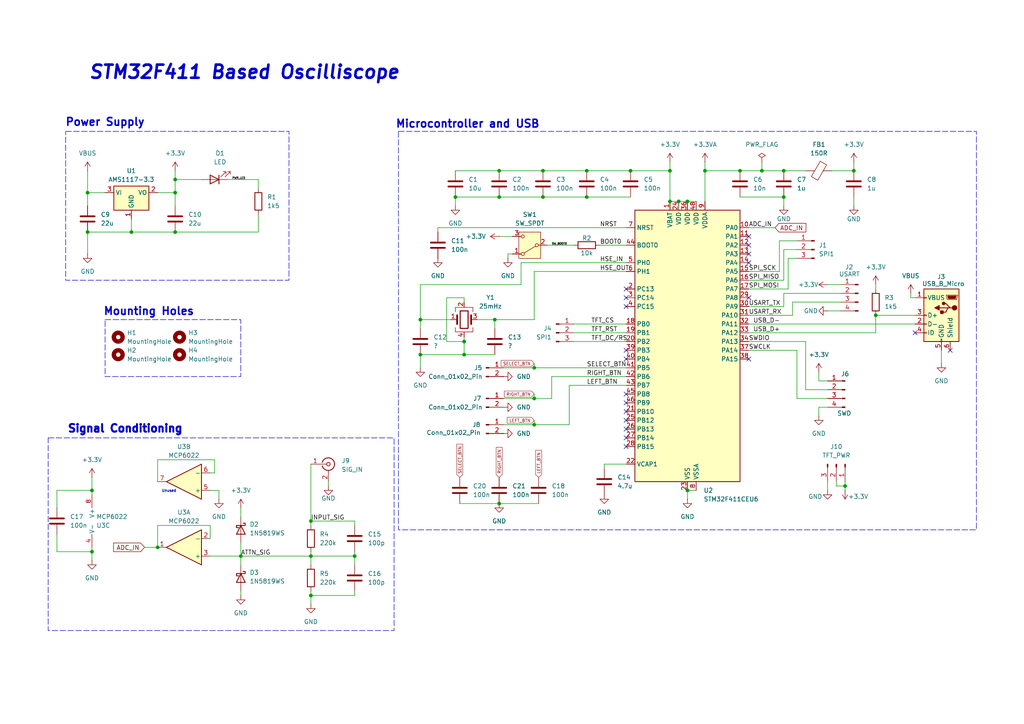
<source format=kicad_sch>
(kicad_sch (version 20250114) (generator "eeschema") (generator_version "9.0")
  (paper "A4")
  (title_block (title "STM32F411 Based Oscilliscope") (date "2025-09-27") (company "Lily Sperber"))
  (lib_symbols
    (symbol "Amplifier_Operational:MCP6022" (pin_names (offset 0.127))
      (property "Reference" "U" (at 0 5.08 0))
      (property "Value" "MCP6022" (at 0 -5.08 0))
      (symbol "MCP6022_1_1"
        (pin input line (at -7.62 2.54 0) (length 2.54) (name "+") (number "3"))
        (pin input line (at -7.62 -2.54 0) (length 2.54) (name "-") (number "2"))
        (pin output line (at 7.62 0 180) (length 2.54) (name "~") (number "1"))
      )
      (symbol "MCP6022_2_1"
        (pin input line (at -7.62 2.54 0) (length 2.54) (name "+") (number "5"))
        (pin input line (at -7.62 -2.54 0) (length 2.54) (name "-") (number "6"))
        (pin output line (at 7.62 0 180) (length 2.54) (name "~") (number "7"))
      )
      (symbol "MCP6022_3_1"
        (pin power_in line (at -2.54 7.62 270) (length 3.81) (name "V+") (number "8"))
        (pin power_in line (at -2.54 -7.62 90) (length 3.81) (name "V-") (number "4"))
      )
    )
    (symbol "Connector:Conn_01x02_Pin" (pin_names (offset 1.016) (hide yes))
      (property "Reference" "J" (at 0 2.54 0))
      (property "Value" "Conn_01x02_Pin" (at 0 -5.08 0))
      (symbol "Conn_01x02_Pin_1_1"
        (pin passive line (at 5.08 0 180) (length 3.81) (name "Pin_1") (number "1"))
        (pin passive line (at 5.08 -2.54 180) (length 3.81) (name "Pin_2") (number "2"))
      )
    )
    (symbol "Connector:Conn_01x03_Pin" (pin_names (offset 1.016) (hide yes))
      (property "Reference" "J" (at 0 5.08 0))
      (property "Value" "Conn_01x03_Pin" (at 0 -5.08 0))
      (symbol "Conn_01x03_Pin_1_1"
        (pin passive line (at 5.08 2.54 180) (length 3.81) (name "Pin_1") (number "1"))
        (pin passive line (at 5.08 0 180) (length 3.81) (name "Pin_2") (number "2"))
        (pin passive line (at 5.08 -2.54 180) (length 3.81) (name "Pin_3") (number "3"))
      )
    )
    (symbol "Connector:Conn_01x04_Pin" (pin_names (offset 1.016) (hide yes))
      (property "Reference" "J" (at 0 5.08 0))
      (property "Value" "Conn_01x04_Pin" (at 0 -7.62 0))
      (symbol "Conn_01x04_Pin_1_1"
        (pin passive line (at 5.08 2.54 180) (length 3.81) (name "Pin_1") (number "1"))
        (pin passive line (at 5.08 0 180) (length 3.81) (name "Pin_2") (number "2"))
        (pin passive line (at 5.08 -2.54 180) (length 3.81) (name "Pin_3") (number "3"))
        (pin passive line (at 5.08 -5.08 180) (length 3.81) (name "Pin_4") (number "4"))
      )
    )
    (symbol "Connector:Conn_Coaxial" (pin_names (offset 1.016) (hide yes))
      (property "Reference" "J" (at 0.254 3.048 0))
      (property "Value" "Conn_Coaxial" (at 2.921 0 90))
      (symbol "Conn_Coaxial_1_1"
        (pin passive line (at -5.08 0 0) (length 2.54) (name "In") (number "1"))
        (pin passive line (at 0 -5.08 90) (length 2.54) (name "Ext") (number "2"))
      )
    )
    (symbol "Connector:USB_B_Micro" (pin_names (offset 1.016))
      (property "Reference" "J" (at -5.08 11.43 0))
      (property "Value" "USB_B_Micro" (at -5.08 8.89 0))
      (symbol "USB_B_Micro_1_1"
        (pin passive line (at -2.54 -10.16 90) (length 2.54) (name "Shield") (number "6"))
        (pin power_out line (at 0 -10.16 90) (length 2.54) (name "GND") (number "5"))
        (pin power_out line (at 7.62 5.08 180) (length 2.54) (name "VBUS") (number "1"))
        (pin bidirectional line (at 7.62 0 180) (length 2.54) (name "D+") (number "3"))
        (pin bidirectional line (at 7.62 -2.54 180) (length 2.54) (name "D-") (number "2"))
        (pin passive line (at 7.62 -5.08 180) (length 2.54) (name "ID") (number "4"))
      )
    )
    (symbol "Device:C" (pin_numbers (hide yes)) (pin_names (offset 0.254))
      (property "Reference" "C" (at 0.635 2.54 0))
      (property "Value" "C" (at 0.635 -2.54 0))
      (symbol "C_1_1"
        (pin passive line (at 0 3.81 270) (length 2.794) (name "~") (number "1"))
        (pin passive line (at 0 -3.81 90) (length 2.794) (name "~") (number "2"))
      )
    )
    (symbol "Device:Crystal_GND24" (pin_names (offset 1.016) (hide yes))
      (property "Reference" "Y" (at 3.175 5.08 0))
      (property "Value" "Crystal_GND24" (at 3.175 3.175 0))
      (symbol "Crystal_GND24_1_1"
        (pin passive line (at -3.81 0 0) (length 1.27) (name "1") (number "1"))
        (pin passive line (at 0 5.08 270) (length 1.27) (name "2") (number "2"))
        (pin passive line (at 0 -5.08 90) (length 1.27) (name "4") (number "4"))
        (pin passive line (at 3.81 0 180) (length 1.27) (name "3") (number "3"))
      )
    )
    (symbol "Device:FerriteBead" (pin_numbers (hide yes)) (pin_names (offset 0))
      (property "Reference" "FB" (at -3.81 0.635 90))
      (property "Value" "FerriteBead" (at 3.81 0 90))
      (symbol "FerriteBead_1_1"
        (pin passive line (at 0 3.81 270) (length 2.54) (name "~") (number "1"))
        (pin passive line (at 0 -3.81 90) (length 2.54) (name "~") (number "2"))
      )
    )
    (symbol "Device:LED" (pin_numbers (hide yes)) (pin_names (offset 1.016) (hide yes))
      (property "Reference" "D" (at 0 2.54 0))
      (property "Value" "LED" (at 0 -2.54 0))
      (symbol "LED_1_1"
        (pin passive line (at -3.81 0 0) (length 2.54) (name "K") (number "1"))
        (pin passive line (at 3.81 0 180) (length 2.54) (name "A") (number "2"))
      )
    )
    (symbol "Device:R" (pin_numbers (hide yes)) (pin_names (offset 0))
      (property "Reference" "R" (at 2.032 0 90))
      (property "Value" "R" (at 0 0 90))
      (symbol "R_1_1"
        (pin passive line (at 0 3.81 270) (length 1.27) (name "~") (number "1"))
        (pin passive line (at 0 -3.81 90) (length 1.27) (name "~") (number "2"))
      )
    )
    (symbol "Diode:1N5819WS" (pin_numbers (hide yes)) (pin_names (offset 1.016) (hide yes))
      (property "Reference" "D" (at 0 2.54 0))
      (property "Value" "1N5819WS" (at 0 -2.54 0))
      (symbol "1N5819WS_1_1"
        (pin passive line (at -3.81 0 0) (length 2.54) (name "K") (number "1"))
        (pin passive line (at 3.81 0 180) (length 2.54) (name "A") (number "2"))
      )
    )
    (symbol "MCU_ST_STM32F4:STM32F411CEUx"
      (property "Reference" "U" (at -15.24 41.91 0))
      (property "Value" "STM32F411CEUx" (at 7.62 41.91 0))
      (symbol "STM32F411CEUx_1_1"
        (pin input line (at -17.78 35.56 0) (length 2.54) (name "NRST") (number "7"))
        (pin input line (at -17.78 30.48 0) (length 2.54) (name "BOOT0") (number "44"))
        (pin bidirectional line (at -17.78 25.4 0) (length 2.54) (name "PH0") (number "5"))
        (pin bidirectional line (at -17.78 22.86 0) (length 2.54) (name "PH1") (number "6"))
        (pin bidirectional line (at -17.78 17.78 0) (length 2.54) (name "PC13") (number "2"))
        (pin bidirectional line (at -17.78 15.24 0) (length 2.54) (name "PC14") (number "3"))
        (pin bidirectional line (at -17.78 12.7 0) (length 2.54) (name "PC15") (number "4"))
        (pin bidirectional line (at -17.78 7.62 0) (length 2.54) (name "PB0") (number "18"))
        (pin bidirectional line (at -17.78 5.08 0) (length 2.54) (name "PB1") (number "19"))
        (pin bidirectional line (at -17.78 2.54 0) (length 2.54) (name "PB2") (number "20"))
        (pin bidirectional line (at -17.78 0 0) (length 2.54) (name "PB3") (number "39"))
        (pin bidirectional line (at -17.78 -2.54 0) (length 2.54) (name "PB4") (number "40"))
        (pin bidirectional line (at -17.78 -5.08 0) (length 2.54) (name "PB5") (number "41"))
        (pin bidirectional line (at -17.78 -7.62 0) (length 2.54) (name "PB6") (number "42"))
        (pin bidirectional line (at -17.78 -10.16 0) (length 2.54) (name "PB7") (number "43"))
        (pin bidirectional line (at -17.78 -12.7 0) (length 2.54) (name "PB8") (number "45"))
        (pin bidirectional line (at -17.78 -15.24 0) (length 2.54) (name "PB9") (number "46"))
        (pin bidirectional line (at -17.78 -17.78 0) (length 2.54) (name "PB10") (number "21"))
        (pin bidirectional line (at -17.78 -20.32 0) (length 2.54) (name "PB12") (number "25"))
        (pin bidirectional line (at -17.78 -22.86 0) (length 2.54) (name "PB13") (number "26"))
        (pin bidirectional line (at -17.78 -25.4 0) (length 2.54) (name "PB14") (number "27"))
        (pin bidirectional line (at -17.78 -27.94 0) (length 2.54) (name "PB15") (number "28"))
        (pin power_out line (at -17.78 -33.02 0) (length 2.54) (name "VCAP1") (number "22"))
        (pin power_in line (at -5.08 43.18 270) (length 2.54) (name "VBAT") (number "1"))
        (pin power_in line (at -2.54 43.18 270) (length 2.54) (name "VDD") (number "24"))
        (pin power_in line (at 0 43.18 270) (length 2.54) (name "VDD") (number "36"))
        (pin power_in line (at 0 -40.64 90) (length 2.54) (name "VSS") (number "23"))
        (pin passive line (at 0 -40.64 90) (length 2.54) (hide yes) (name "VSS") (number "35"))
        (pin passive line (at 0 -40.64 90) (length 2.54) (hide yes) (name "VSS") (number "47"))
        (pin passive line (at 0 -40.64 90) (length 2.54) (hide yes) (name "VSS") (number "49"))
        (pin power_in line (at 2.54 43.18 270) (length 2.54) (name "VDD") (number "48"))
        (pin power_in line (at 2.54 -40.64 90) (length 2.54) (name "VSSA") (number "8"))
        (pin power_in line (at 5.08 43.18 270) (length 2.54) (name "VDDA") (number "9"))
        (pin bidirectional line (at 17.78 35.56 180) (length 2.54) (name "PA0") (number "10"))
        (pin bidirectional line (at 17.78 33.02 180) (length 2.54) (name "PA1") (number "11"))
        (pin bidirectional line (at 17.78 30.48 180) (length 2.54) (name "PA2") (number "12"))
        (pin bidirectional line (at 17.78 27.94 180) (length 2.54) (name "PA3") (number "13"))
        (pin bidirectional line (at 17.78 25.4 180) (length 2.54) (name "PA4") (number "14"))
        (pin bidirectional line (at 17.78 22.86 180) (length 2.54) (name "PA5") (number "15"))
        (pin bidirectional line (at 17.78 20.32 180) (length 2.54) (name "PA6") (number "16"))
        (pin bidirectional line (at 17.78 17.78 180) (length 2.54) (name "PA7") (number "17"))
        (pin bidirectional line (at 17.78 15.24 180) (length 2.54) (name "PA8") (number "29"))
        (pin bidirectional line (at 17.78 12.7 180) (length 2.54) (name "PA9") (number "30"))
        (pin bidirectional line (at 17.78 10.16 180) (length 2.54) (name "PA10") (number "31"))
        (pin bidirectional line (at 17.78 7.62 180) (length 2.54) (name "PA11") (number "32"))
        (pin bidirectional line (at 17.78 5.08 180) (length 2.54) (name "PA12") (number "33"))
        (pin bidirectional line (at 17.78 2.54 180) (length 2.54) (name "PA13") (number "34"))
        (pin bidirectional line (at 17.78 0 180) (length 2.54) (name "PA14") (number "37"))
        (pin bidirectional line (at 17.78 -2.54 180) (length 2.54) (name "PA15") (number "38"))
      )
    )
    (symbol "Mechanical:MountingHole" (pin_names (offset 1.016)) (in_bom no)
      (property "Reference" "H" (at 0 5.08 0))
      (property "Value" "MountingHole" (at 0 3.175 0))
    )
    (symbol "Regulator_Linear:AMS1117-3.3"
      (property "Reference" "U" (at -3.81 3.175 0))
      (property "Value" "AMS1117-3.3" (at 0 3.175 0))
      (symbol "AMS1117-3.3_1_1"
        (pin power_in line (at -7.62 0 0) (length 2.54) (name "VI") (number "3"))
        (pin power_in line (at 0 -7.62 90) (length 2.54) (name "GND") (number "1"))
        (pin power_out line (at 7.62 0 180) (length 2.54) (name "VO") (number "2"))
      )
    )
    (symbol "Switch:SW_SPDT" (pin_names (offset 0) (hide yes))
      (property "Reference" "SW" (at 0 5.08 0))
      (property "Value" "SW_SPDT" (at 0 -5.08 0))
      (symbol "SW_SPDT_1_1"
        (pin passive line (at -5.08 0 0) (length 2.54) (name "B") (number "2"))
        (pin passive line (at 5.08 2.54 180) (length 2.54) (name "A") (number "1"))
        (pin passive line (at 5.08 -2.54 180) (length 2.54) (name "C") (number "3"))
      )
    )
    (symbol "power:+3.3V" (power) (pin_numbers (hide yes)) (pin_names (offset 0) (hide yes))
      (property "Value" "+3.3V" (at 0 3.556 0))
      (symbol "+3.3V_1_1"
        (pin power_in line (at 0 0 90) (length 0) (name "~") (number "1"))
      )
    )
    (symbol "power:+3.3VA" (power) (pin_numbers (hide yes)) (pin_names (offset 0) (hide yes))
      (property "Value" "+3.3VA" (at 0 3.556 0))
      (symbol "+3.3VA_1_1"
        (pin power_in line (at 0 0 90) (length 0) (name "~") (number "1"))
      )
    )
    (symbol "power:GND" (power) (pin_numbers (hide yes)) (pin_names (offset 0) (hide yes))
      (property "Value" "GND" (at 0 -3.81 0))
      (symbol "GND_1_1"
        (pin power_in line (at 0 0 270) (length 0) (name "~") (number "1"))
      )
    )
    (symbol "power:PWR_FLAG" (power) (pin_numbers (hide yes)) (pin_names (offset 0) (hide yes))
      (property "Value" "PWR_FLAG" (at 0 3.81 0))
      (symbol "PWR_FLAG_0_0"
        (pin power_out line (at 0 0 90) (length 0) (name "~") (number "1"))
      )
    )
    (symbol "power:VBUS" (power) (pin_numbers (hide yes)) (pin_names (offset 0) (hide yes))
      (property "Value" "VBUS" (at 0 3.556 0))
      (symbol "VBUS_1_1"
        (pin power_in line (at 0 0 90) (length 0) (name "~") (number "1"))
      )
    )
  )
  (rectangle (start 30.48 92.71) (end 69.85 109.22) (stroke (width 0) (type dash)))
  (rectangle (start 19.05 38.1) (end 83.82 81.28) (stroke (width 0) (type dash)))
  (rectangle (start 115.57 38.1) (end 283.21 153.67) (stroke (width 0) (type dash)))
  (rectangle (start 13.97 127) (end 114.3 182.88) (stroke (width 0) (type dash)))
  (text "Mounting Holes" (at 43.18 90.424 0) (effects (font (size 2.2352 2.2352) (thickness 0.447) (bold yes))))
  (text "Microcontroller and USB" (at 135.636 36.068 0) (effects (font (size 2.2352 2.2352) (thickness 0.447) (bold yes))))
  (text "Power Supply" (at 30.48 35.56 0) (effects (font (size 2.2352 2.2352) (thickness 0.447) (bold yes))))
  (text "STM32F411 Based Oscilliscope" (at 70.866 21.082 0) (effects (font (size 3.81 3.81) (thickness 0.762) (bold yes) (italic yes))))
  (text "Unused" (at 49.022 142.494 0) (effects (font (size 0.762 0.762))))
  (text "Signal Conditioning" (at 36.322 124.46 0) (effects (font (size 2.2352 2.2352) (thickness 0.6096) (bold yes))))
  (junction (at 170.18 57.15))
  (junction (at 50.8 55.88))
  (junction (at 121.92 92.71))
  (junction (at 227.33 49.53))
  (junction (at 196.85 58.42))
  (junction (at 227.33 57.15))
  (junction (at 144.78 49.53))
  (junction (at 144.78 57.15))
  (junction (at 38.1 67.31))
  (junction (at 214.63 49.53))
  (junction (at 50.8 52.07))
  (junction (at 25.4 55.88))
  (junction (at 245.11 140.97))
  (junction (at 102.87 161.29))
  (junction (at 254 91.44))
  (junction (at 25.4 67.31))
  (junction (at 90.17 151.13))
  (junction (at 121.92 102.87))
  (junction (at 132.08 57.15))
  (junction (at 157.48 57.15))
  (junction (at 134.62 99.06))
  (junction (at 194.31 49.53))
  (junction (at 194.31 58.42))
  (junction (at 134.62 102.87))
  (junction (at 26.67 142.24))
  (junction (at 154.94 123.19))
  (junction (at 220.98 49.53))
  (junction (at 144.78 146.05))
  (junction (at 199.39 58.42))
  (junction (at 170.18 49.53))
  (junction (at 182.88 49.53))
  (junction (at 247.65 49.53))
  (junction (at 50.8 67.31))
  (junction (at 154.94 106.68))
  (junction (at 157.48 49.53))
  (junction (at 199.39 142.24))
  (junction (at 154.94 115.57))
  (junction (at 90.17 161.29))
  (junction (at 26.67 160.02))
  (junction (at 90.17 172.72))
  (junction (at 204.47 49.53))
  (junction (at 143.51 92.71))
  (junction (at 69.85 161.29))
  (junction (at 45.72 158.75))
  (no_connect (at 275.59 101.6))
  (no_connect (at 217.17 71.12))
  (no_connect (at 181.61 101.6))
  (no_connect (at 181.61 104.14))
  (no_connect (at 181.61 86.36))
  (no_connect (at 181.61 114.3))
  (no_connect (at 181.61 129.54))
  (no_connect (at 181.61 88.9))
  (no_connect (at 181.61 119.38))
  (no_connect (at 265.43 96.52))
  (no_connect (at 181.61 124.46))
  (no_connect (at 181.61 116.84))
  (no_connect (at 217.17 76.2))
  (no_connect (at 181.61 83.82))
  (no_connect (at 217.17 68.58))
  (no_connect (at 217.17 104.14))
  (no_connect (at 217.17 86.36))
  (no_connect (at 217.17 73.66))
  (no_connect (at 181.61 127))
  (no_connect (at 181.61 121.92))
  (wire (pts (xy 181.61 109.22) (xy 160.02 109.22)))
  (wire (pts (xy 121.92 92.71) (xy 130.81 92.71)))
  (wire (pts (xy 170.18 49.53) (xy 182.88 49.53)))
  (wire (pts (xy 63.5 142.24) (xy 63.5 144.78)))
  (wire (pts (xy 154.94 121.92) (xy 154.94 123.19)))
  (wire (pts (xy 60.96 137.16) (xy 62.23 137.16)))
  (wire (pts (xy 74.93 52.07) (xy 74.93 54.61)))
  (wire (pts (xy 45.72 55.88) (xy 50.8 55.88)))
  (wire (pts (xy 147.32 73.66) (xy 147.32 74.93)))
  (wire (pts (xy 233.68 113.03) (xy 240.03 113.03)))
  (wire (pts (xy 154.94 105.41) (xy 154.94 106.68)))
  (wire (pts (xy 151.13 76.2) (xy 181.61 76.2)))
  (wire (pts (xy 26.67 138.43) (xy 26.67 142.24)))
  (wire (pts (xy 227.33 81.28) (xy 227.33 72.39)))
  (wire (pts (xy 60.96 142.24) (xy 63.5 142.24)))
  (wire (pts (xy 129.54 99.06) (xy 134.62 99.06)))
  (wire (pts (xy 227.33 57.15) (xy 227.33 59.69)))
  (wire (pts (xy 217.17 96.52) (xy 254 96.52)))
  (wire (pts (xy 143.51 92.71) (xy 143.51 95.25)))
  (wire (pts (xy 144.78 49.53) (xy 157.48 49.53)))
  (wire (pts (xy 217.17 78.74) (xy 226.06 78.74)))
  (wire (pts (xy 165.1 111.76) (xy 165.1 123.19)))
  (wire (pts (xy 134.62 86.36) (xy 129.54 86.36)))
  (wire (pts (xy 16.51 147.32) (xy 16.51 142.24)))
  (wire (pts (xy 194.31 49.53) (xy 194.31 58.42)))
  (wire (pts (xy 69.85 157.48) (xy 69.85 161.29)))
  (wire (pts (xy 214.63 57.15) (xy 227.33 57.15)))
  (wire (pts (xy 194.31 58.42) (xy 196.85 58.42)))
  (wire (pts (xy 154.94 115.57) (xy 160.02 115.57)))
  (wire (pts (xy 38.1 63.5) (xy 38.1 67.31)))
  (wire (pts (xy 148.59 73.66) (xy 147.32 73.66)))
  (wire (pts (xy 45.72 152.4) (xy 45.72 158.75)))
  (wire (pts (xy 231.14 101.6) (xy 231.14 115.57)))
  (wire (pts (xy 16.51 142.24) (xy 26.67 142.24)))
  (wire (pts (xy 154.94 114.3) (xy 154.94 115.57)))
  (wire (pts (xy 166.37 93.98) (xy 181.61 93.98)))
  (wire (pts (xy 217.17 99.06) (xy 233.68 99.06)))
  (wire (pts (xy 133.35 146.05) (xy 144.78 146.05)))
  (wire (pts (xy 233.68 99.06) (xy 233.68 113.03)))
  (wire (pts (xy 146.05 123.19) (xy 154.94 123.19)))
  (wire (pts (xy 214.63 49.53) (xy 220.98 49.53)))
  (wire (pts (xy 132.08 57.15) (xy 144.78 57.15)))
  (wire (pts (xy 154.94 92.71) (xy 154.94 78.74)))
  (wire (pts (xy 240.03 90.17) (xy 243.84 90.17)))
  (wire (pts (xy 121.92 102.87) (xy 121.92 106.68)))
  (wire (pts (xy 50.8 49.53) (xy 50.8 52.07)))
  (wire (pts (xy 90.17 161.29) (xy 90.17 163.83)))
  (wire (pts (xy 50.8 52.07) (xy 50.8 55.88)))
  (wire (pts (xy 132.08 57.15) (xy 132.08 59.69)))
  (wire (pts (xy 74.93 62.23) (xy 74.93 67.31)))
  (wire (pts (xy 66.04 52.07) (xy 74.93 52.07)))
  (wire (pts (xy 134.62 102.87) (xy 143.51 102.87)))
  (wire (pts (xy 228.6 83.82) (xy 228.6 74.93)))
  (wire (pts (xy 199.39 142.24) (xy 199.39 144.78)))
  (wire (pts (xy 134.62 99.06) (xy 134.62 97.79)))
  (wire (pts (xy 245.11 139.7) (xy 245.11 140.97)))
  (wire (pts (xy 204.47 49.53) (xy 214.63 49.53)))
  (wire (pts (xy 121.92 92.71) (xy 121.92 95.25)))
  (wire (pts (xy 157.48 49.53) (xy 170.18 49.53)))
  (wire (pts (xy 242.57 139.7) (xy 242.57 140.97)))
  (wire (pts (xy 154.94 106.68) (xy 181.61 106.68)))
  (wire (pts (xy 170.18 57.15) (xy 182.88 57.15)))
  (wire (pts (xy 157.48 57.15) (xy 170.18 57.15)))
  (wire (pts (xy 62.23 137.16) (xy 62.23 133.35)))
  (wire (pts (xy 121.92 82.55) (xy 151.13 82.55)))
  (wire (pts (xy 90.17 172.72) (xy 102.87 172.72)))
  (wire (pts (xy 16.51 160.02) (xy 26.67 160.02)))
  (wire (pts (xy 60.96 152.4) (xy 45.72 152.4)))
  (wire (pts (xy 102.87 161.29) (xy 90.17 161.29)))
  (wire (pts (xy 245.11 140.97) (xy 245.11 142.24)))
  (wire (pts (xy 102.87 160.02) (xy 102.87 161.29)))
  (wire (pts (xy 220.98 49.53) (xy 227.33 49.53)))
  (wire (pts (xy 217.17 101.6) (xy 231.14 101.6)))
  (wire (pts (xy 237.49 118.11) (xy 237.49 120.65)))
  (wire (pts (xy 199.39 58.42) (xy 201.93 58.42)))
  (wire (pts (xy 60.96 161.29) (xy 69.85 161.29)))
  (wire (pts (xy 69.85 161.29) (xy 90.17 161.29)))
  (wire (pts (xy 227.33 72.39) (xy 231.14 72.39)))
  (wire (pts (xy 240.03 110.49) (xy 237.49 110.49)))
  (wire (pts (xy 217.17 93.98) (xy 265.43 93.98)))
  (wire (pts (xy 151.13 76.2) (xy 151.13 82.55)))
  (wire (pts (xy 204.47 46.99) (xy 204.47 49.53)))
  (wire (pts (xy 182.88 49.53) (xy 194.31 49.53)))
  (wire (pts (xy 25.4 67.31) (xy 25.4 73.66)))
  (wire (pts (xy 237.49 110.49) (xy 237.49 107.95)))
  (wire (pts (xy 132.08 49.53) (xy 144.78 49.53)))
  (wire (pts (xy 217.17 88.9) (xy 227.33 88.9)))
  (wire (pts (xy 264.16 86.36) (xy 264.16 85.09)))
  (wire (pts (xy 90.17 172.72) (xy 90.17 175.26)))
  (wire (pts (xy 144.78 68.58) (xy 148.59 68.58)))
  (wire (pts (xy 217.17 81.28) (xy 227.33 81.28)))
  (wire (pts (xy 254 91.44) (xy 254 96.52)))
  (wire (pts (xy 227.33 85.09) (xy 243.84 85.09)))
  (wire (pts (xy 160.02 109.22) (xy 160.02 115.57)))
  (wire (pts (xy 247.65 46.99) (xy 247.65 49.53)))
  (wire (pts (xy 226.06 78.74) (xy 226.06 69.85)))
  (wire (pts (xy 166.37 99.06) (xy 181.61 99.06)))
  (wire (pts (xy 199.39 142.24) (xy 201.93 142.24)))
  (wire (pts (xy 25.4 49.53) (xy 25.4 55.88)))
  (wire (pts (xy 102.87 151.13) (xy 102.87 152.4)))
  (wire (pts (xy 25.4 55.88) (xy 30.48 55.88)))
  (wire (pts (xy 121.92 82.55) (xy 121.92 92.71)))
  (wire (pts (xy 69.85 171.45) (xy 69.85 172.72)))
  (wire (pts (xy 217.17 83.82) (xy 228.6 83.82)))
  (wire (pts (xy 181.61 111.76) (xy 165.1 111.76)))
  (wire (pts (xy 146.05 115.57) (xy 154.94 115.57)))
  (wire (pts (xy 227.33 49.53) (xy 233.68 49.53)))
  (wire (pts (xy 144.78 146.05) (xy 156.21 146.05)))
  (wire (pts (xy 95.25 139.7) (xy 95.25 140.97)))
  (wire (pts (xy 217.17 91.44) (xy 229.87 91.44)))
  (wire (pts (xy 265.43 91.44) (xy 254 91.44)))
  (wire (pts (xy 158.75 71.12) (xy 166.37 71.12)))
  (wire (pts (xy 38.1 67.31) (xy 50.8 67.31)))
  (wire (pts (xy 90.17 151.13) (xy 90.17 152.4)))
  (wire (pts (xy 90.17 151.13) (xy 102.87 151.13)))
  (wire (pts (xy 134.62 99.06) (xy 134.62 102.87)))
  (wire (pts (xy 226.06 69.85) (xy 231.14 69.85)))
  (wire (pts (xy 231.14 115.57) (xy 240.03 115.57)))
  (wire (pts (xy 25.4 55.88) (xy 25.4 59.69)))
  (wire (pts (xy 166.37 96.52) (xy 181.61 96.52)))
  (wire (pts (xy 50.8 55.88) (xy 50.8 59.69)))
  (wire (pts (xy 74.93 67.31) (xy 50.8 67.31)))
  (wire (pts (xy 129.54 86.36) (xy 129.54 99.06)))
  (wire (pts (xy 154.94 123.19) (xy 165.1 123.19)))
  (wire (pts (xy 16.51 154.94) (xy 16.51 160.02)))
  (wire (pts (xy 227.33 88.9) (xy 227.33 85.09)))
  (wire (pts (xy 50.8 52.07) (xy 58.42 52.07)))
  (wire (pts (xy 127 67.31) (xy 127 66.04)))
  (wire (pts (xy 247.65 57.15) (xy 247.65 59.69)))
  (wire (pts (xy 45.72 133.35) (xy 45.72 139.7)))
  (wire (pts (xy 217.17 66.04) (xy 224.79 66.04)))
  (wire (pts (xy 26.67 160.02) (xy 26.67 162.56)))
  (wire (pts (xy 134.62 87.63) (xy 134.62 86.36)))
  (wire (pts (xy 146.05 106.68) (xy 154.94 106.68)))
  (wire (pts (xy 26.67 158.75) (xy 26.67 160.02)))
  (wire (pts (xy 138.43 92.71) (xy 143.51 92.71)))
  (wire (pts (xy 69.85 147.32) (xy 69.85 149.86)))
  (wire (pts (xy 242.57 140.97) (xy 245.11 140.97)))
  (wire (pts (xy 196.85 58.42) (xy 199.39 58.42)))
  (wire (pts (xy 102.87 172.72) (xy 102.87 171.45)))
  (wire (pts (xy 240.03 118.11) (xy 237.49 118.11)))
  (wire (pts (xy 173.99 71.12) (xy 181.61 71.12)))
  (wire (pts (xy 144.78 57.15) (xy 157.48 57.15)))
  (wire (pts (xy 90.17 160.02) (xy 90.17 161.29)))
  (wire (pts (xy 127 66.04) (xy 181.61 66.04)))
  (wire (pts (xy 154.94 78.74) (xy 181.61 78.74)))
  (wire (pts (xy 102.87 161.29) (xy 102.87 163.83)))
  (wire (pts (xy 240.03 139.7) (xy 240.03 142.24)))
  (wire (pts (xy 41.91 158.75) (xy 45.72 158.75)))
  (wire (pts (xy 228.6 74.93) (xy 231.14 74.93)))
  (wire (pts (xy 241.3 49.53) (xy 247.65 49.53)))
  (wire (pts (xy 175.26 134.62) (xy 181.61 134.62)))
  (wire (pts (xy 254 82.55) (xy 254 83.82)))
  (wire (pts (xy 90.17 171.45) (xy 90.17 172.72)))
  (wire (pts (xy 240.03 82.55) (xy 243.84 82.55)))
  (wire (pts (xy 175.26 135.89) (xy 175.26 134.62)))
  (wire (pts (xy 220.98 46.99) (xy 220.98 49.53)))
  (wire (pts (xy 229.87 91.44) (xy 229.87 87.63)))
  (wire (pts (xy 273.05 101.6) (xy 273.05 105.41)))
  (wire (pts (xy 26.67 142.24) (xy 26.67 143.51)))
  (wire (pts (xy 204.47 49.53) (xy 204.47 58.42)))
  (wire (pts (xy 69.85 161.29) (xy 69.85 163.83)))
  (wire (pts (xy 194.31 46.99) (xy 194.31 49.53)))
  (wire (pts (xy 229.87 87.63) (xy 243.84 87.63)))
  (wire (pts (xy 143.51 92.71) (xy 154.94 92.71)))
  (wire (pts (xy 90.17 134.62) (xy 90.17 151.13)))
  (wire (pts (xy 60.96 156.21) (xy 60.96 152.4)))
  (wire (pts (xy 121.92 102.87) (xy 134.62 102.87)))
  (wire (pts (xy 265.43 86.36) (xy 264.16 86.36)))
  (wire (pts (xy 62.23 133.35) (xy 45.72 133.35)))
  (wire (pts (xy 25.4 67.31) (xy 38.1 67.31)))
  (label "HSE_OUT" (at 173.99 78.74 0))
  (label "RIGHT_BTN" (at 170.18 109.22 0))
  (label "SPI_MOSI" (at 217.17 83.82 0))
  (label "ADC_IN" (at 217.17 66.04 0))
  (label "USART_RX" (at 217.17 91.44 0))
  (label "ATTN_SIG" (at 69.85 161.29 0))
  (label "HSE_IN" (at 173.99 76.2 0))
  (label "SPI_MISO" (at 217.17 81.28 0))
  (label "TFT_DC{slash}RS" (at 171.45 99.06 0))
  (label "TFT_RST" (at 171.45 96.52 0))
  (label "USB_D-" (at 218.44 93.98 0))
  (label "NRST" (at 173.99 66.04 0))
  (label "USART_TX" (at 217.17 88.9 0))
  (label "LEFT_BTN" (at 170.18 111.76 0))
  (label "SWDIO" (at 217.17 99.06 0))
  (label "SW_BOOT0" (at 160.02 71.12 0) (effects (font (size 0.5588 0.5588))))
  (label "USB_D+" (at 218.44 96.52 0))
  (label "SWCLK" (at 217.17 101.6 0))
  (label "PWR_LED" (at 67.31 52.07 0) (effects (font (size 0.5588 0.5588))))
  (label "TFT_CS" (at 171.45 93.98 0))
  (label "SELECT_BTN" (at 170.18 106.68 0))
  (label "BOOT0" (at 173.99 71.12 0))
  (label "INPUT_SIG" (at 90.17 151.13 0))
  (label "SPI_SCK" (at 217.17 78.74 0))
  (global_label "SELECT_BTN" (shape input) (at 154.94 105.41 180) (effects (font (size 0.889 0.889) (thickness 0.1111))) (property "Intersheetrefs" "${INTERSHEET_REFS}" (effects (hide yes))))
  (global_label "RIGHT_BTN" (shape input) (at 144.78 138.43 90) (effects (font (size 0.889 0.889) (thickness 0.1111))) (property "Intersheetrefs" "${INTERSHEET_REFS}" (effects (hide yes))))
  (global_label "ADC_IN" (shape input) (at 41.91 158.75 180) (property "Intersheetrefs" "${INTERSHEET_REFS}" (effects (hide yes))))
  (global_label "RIGHT_BTN" (shape input) (at 154.94 114.3 180) (effects (font (size 0.889 0.889) (thickness 0.1111))) (property "Intersheetrefs" "${INTERSHEET_REFS}" (effects (hide yes))))
  (global_label "SELECT_BTN" (shape input) (at 133.35 138.43 90) (effects (font (size 0.889 0.889) (thickness 0.1111))) (property "Intersheetrefs" "${INTERSHEET_REFS}" (effects (hide yes))))
  (global_label "LEFT_BTN" (shape input) (at 154.94 121.92 180) (effects (font (size 0.889 0.889) (thickness 0.1111))) (property "Intersheetrefs" "${INTERSHEET_REFS}" (effects (hide yes))))
  (global_label "ADC_IN" (shape input) (at 224.79 66.04 0) (property "Intersheetrefs" "${INTERSHEET_REFS}" (effects (hide yes))))
  (global_label "LEFT_BTN" (shape input) (at 156.21 138.43 90) (effects (font (size 0.889 0.889) (thickness 0.1111))) (property "Intersheetrefs" "${INTERSHEET_REFS}" (effects (hide yes))))
  (symbol (lib_id "Switch:SW_SPDT") (at 153.67 71.12 180) (unit 1)
    (property "Reference" "SW1" (at 153.67 62.23 0))
    (property "Value" "SW_SPDT" (at 153.67 64.77 0))
    (property "Footprint" "Button_Switch_SMD:SW_SPDT_PCM12" (effects (hide yes)))
    (property "Description" "Switch, single pole double throw" (effects (hide yes)))
  )
  (symbol (lib_id "power:GND") (at 95.25 140.97 0) (unit 1)
    (property "Reference" "#PWR023" (effects (hide yes)))
    (property "Value" "GND" (at 95.25 144.526 0))
    (property "Description" "Power symbol creates a global label with name \"GND\" , ground" (effects (hide yes)))
  )
  (symbol (lib_id "power:GND") (at 63.5 144.78 0) (unit 1)
    (property "Reference" "#PWR029" (effects (hide yes)))
    (property "Value" "GND" (at 63.5 149.86 0))
    (property "Description" "Power symbol creates a global label with name \"GND\" , ground" (effects (hide yes)))
  )
  (symbol (lib_id "power:GND") (at 90.17 175.26 0) (unit 1)
    (property "Reference" "#PWR027" (effects (hide yes)))
    (property "Value" "GND" (at 90.17 180.34 0))
    (property "Description" "Power symbol creates a global label with name \"GND\" , ground" (effects (hide yes)))
  )
  (symbol (lib_id "power:GND") (at 147.32 74.93 0) (unit 1)
    (property "Reference" "#PWR011" (effects (hide yes)))
    (property "Value" "GND" (at 147.32 80.01 0))
    (property "Description" "Power symbol creates a global label with name \"GND\" , ground" (effects (hide yes)))
  )
  (symbol (lib_id "Connector:Conn_Coaxial") (at 95.25 134.62 0) (unit 1)
    (property "Reference" "J9" (at 99.06 133.6431 0) (effects (justify left)))
    (property "Value" "SIG_IN" (at 99.06 136.1831 0) (effects (justify left)))
    (property "Footprint" "Connector_PinHeader_2.54mm:PinHeader_1x02_P2.54mm_Vertical" (effects (hide yes)))
    (property "Description" "coaxial connector (BNC, SMA, SMB, SMC, Cinch/RCA, LEMO, ...)" (effects (hide yes)))
  )
  (symbol (lib_id "Device:C") (at 144.78 142.24 180) (unit 1)
    (property "Reference" "C21" (at 148.59 140.9699 0) (effects (justify right)))
    (property "Value" "100n" (at 148.59 143.5099 0) (effects (justify right)))
    (property "Footprint" "Capacitor_SMD:C_0402_1005Metric" (effects (hide yes)))
    (property "Description" "Unpolarized capacitor" (effects (hide yes)))
  )
  (symbol (lib_id "power:GND") (at 237.49 120.65 0) (unit 1)
    (property "Reference" "#PWR019" (effects (hide yes)))
    (property "Value" "GND" (at 237.49 125.73 0))
    (property "Description" "Power symbol creates a global label with name \"GND\" , ground" (effects (hide yes)))
  )
  (symbol (lib_id "Device:C") (at 214.63 53.34 0) (unit 1)
    (property "Reference" "C6" (at 218.44 52.0699 0) (effects (justify left)))
    (property "Value" "10n" (at 218.44 54.6099 0) (effects (justify left)))
    (property "Footprint" "Capacitor_SMD:C_0402_1005Metric" (effects (hide yes)))
    (property "Description" "Unpolarized capacitor" (effects (hide yes)))
  )
  (symbol (lib_id "power:GND") (at 247.65 59.69 0) (unit 1)
    (property "Reference" "#PWR07" (effects (hide yes)))
    (property "Value" "GND" (at 247.65 63.5 0))
    (property "Description" "Power symbol creates a global label with name \"GND\" , ground" (effects (hide yes)))
  )
  (symbol (lib_id "Diode:1N5819WS") (at 69.85 167.64 270) (unit 1)
    (property "Reference" "D3" (at 72.39 166.0524 90) (effects (justify left)))
    (property "Value" "1N5819WS" (at 72.39 168.5924 90) (effects (justify left)))
    (property "Footprint" "Diode_SMD:D_SOD-323" (effects (hide yes)))
    (property "Datasheet" "https://datasheet.lcsc.com/lcsc/2204281430_Guangdong-Hottech-1N5819WS_C191023.pdf" (effects (hide yes)))
    (property "Description" "40V 600mV@1A 1A SOD-323 Schottky Barrier Diodes, SOD-323" (effects (hide yes)))
  )
  (symbol (lib_id "Connector:Conn_01x03_Pin") (at 161.29 96.52 0) (unit 1)
    (property "Reference" "J4" (at 160.02 95.2499 0) (effects (justify right)))
    (property "Value" "SPI1" (at 160.02 97.7899 0) (effects (justify right)))
    (property "Footprint" "Connector_PinHeader_2.54mm:PinHeader_1x03_P2.54mm_Vertical" (effects (hide yes)))
    (property "Description" "Generic connector, single row, 01x03, script generated" (effects (hide yes)))
  )
  (symbol (lib_id "Connector:Conn_01x04_Pin") (at 248.92 85.09 0) (mirror y) (unit 1)
    (property "Reference" "J2" (at 245.11 77.47 0) (effects (justify right)))
    (property "Value" "USART" (at 243.332 79.502 0) (effects (justify right)))
    (property "Footprint" "Connector_PinHeader_2.54mm:PinHeader_1x04_P2.54mm_Vertical" (effects (hide yes)))
    (property "Description" "Generic connector, single row, 01x04, script generated" (effects (hide yes)))
  )
  (symbol (lib_id "power:+3.3V") (at 247.65 46.99 0) (unit 1)
    (property "Reference" "#PWR030" (effects (hide yes)))
    (property "Value" "+3.3V" (at 247.65 41.91 0))
    (property "Description" "Power symbol creates a global label with name \"+3.3V\"" (effects (hide yes)))
  )
  (symbol (lib_id "Device:C") (at 102.87 167.64 0) (unit 1)
    (property "Reference" "C16" (at 106.68 166.3699 0) (effects (justify left)))
    (property "Value" "100p" (at 106.68 168.9099 0) (effects (justify left)))
    (property "Footprint" "Capacitor_SMD:C_0402_1005Metric" (effects (hide yes)))
    (property "Description" "Unpolarized capacitor" (effects (hide yes)))
  )
  (symbol (lib_id "Amplifier_Operational:MCP6022") (at 53.34 158.75 180) (unit 1)
    (property "Reference" "U3" (at 53.34 148.59 0))
    (property "Value" "MCP6022" (at 53.34 151.13 0))
    (property "Footprint" "Package_DIP:DIP-8_W7.62mm" (effects (hide yes)))
    (property "Datasheet" "http://ww1.microchip.com/downloads/en/devicedoc/20001685e.pdf" (effects (hide yes)))
    (property "Description" "Dual Operational Amplifiers, Rail-to-Rail Input/Output, DIP-8/SOIC-8/TSSOP-8" (effects (hide yes)))
  )
  (symbol (lib_id "Device:R") (at 74.93 58.42 0) (unit 1)
    (property "Reference" "R1" (at 77.47 57.1499 0) (effects (justify left)))
    (property "Value" "1k5" (at 77.47 59.6899 0) (effects (justify left)))
    (property "Footprint" "Resistor_SMD:R_0402_1005Metric" (effects (hide yes)))
    (property "Description" "Resistor" (effects (hide yes)))
  )
  (symbol (lib_id "power:+3.3V") (at 144.78 68.58 90) (unit 1)
    (property "Reference" "#PWR09" (effects (hide yes)))
    (property "Value" "+3.3V" (at 140.97 68.5799 90) (effects (justify left)))
    (property "Description" "Power symbol creates a global label with name \"+3.3V\"" (effects (hide yes)))
  )
  (symbol (lib_id "Device:R") (at 170.18 71.12 90) (unit 1)
    (property "Reference" "R2" (at 170.18 69.088 90))
    (property "Value" "10k" (at 170.18 73.406 90))
    (property "Footprint" "Resistor_SMD:R_0402_1005Metric" (effects (hide yes)))
    (property "Description" "Resistor" (effects (hide yes)))
  )
  (symbol (lib_id "Mechanical:MountingHole") (at 52.07 97.79 0) (unit 1) (in_bom no)
    (property "Reference" "H3" (at 54.61 96.5199 0) (effects (justify left)))
    (property "Value" "MountingHole" (at 54.61 99.0599 0) (effects (justify left)))
    (property "Footprint" "MountingHole:MountingHole_2.2mm_M2" (effects (hide yes)))
    (property "Description" "Mounting Hole without connection" (effects (hide yes)))
  )
  (symbol (lib_id "Device:C") (at 247.65 53.34 0) (unit 1)
    (property "Reference" "C8" (at 251.46 52.0699 0) (effects (justify left)))
    (property "Value" "1u" (at 251.46 54.6099 0) (effects (justify left)))
    (property "Footprint" "Capacitor_SMD:C_0402_1005Metric" (effects (hide yes)))
    (property "Description" "Unpolarized capacitor" (effects (hide yes)))
  )
  (symbol (lib_id "Device:FerriteBead") (at 237.49 49.53 270) (unit 1)
    (property "Reference" "FB1" (at 237.5408 41.91 90))
    (property "Value" "150R" (at 237.5408 44.45 90))
    (property "Footprint" "Inductor_SMD:L_0603_1608Metric" (effects (hide yes)))
    (property "Description" "Ferrite bead" (effects (hide yes)))
  )
  (symbol (lib_id "Device:C") (at 25.4 63.5 0) (unit 1)
    (property "Reference" "C9" (at 29.21 62.2299 0) (effects (justify left)))
    (property "Value" "22u" (at 29.21 64.7699 0) (effects (justify left)))
    (property "Footprint" "Capacitor_SMD:C_0805_2012Metric" (effects (hide yes)))
    (property "Description" "Unpolarized capacitor" (effects (hide yes)))
  )
  (symbol (lib_id "Amplifier_Operational:MCP6022") (at 53.34 139.7 180) (unit 2)
    (property "Reference" "U3" (at 53.34 129.54 0))
    (property "Value" "MCP6022" (at 53.34 132.08 0))
    (property "Footprint" "Package_DIP:DIP-8_W7.62mm" (effects (hide yes)))
    (property "Datasheet" "http://ww1.microchip.com/downloads/en/devicedoc/20001685e.pdf" (effects (hide yes)))
    (property "Description" "Dual Operational Amplifiers, Rail-to-Rail Input/Output, DIP-8/SOIC-8/TSSOP-8" (effects (hide yes)))
  )
  (symbol (lib_id "Device:C") (at 175.26 139.7 0) (unit 1)
    (property "Reference" "C14" (at 179.07 138.4299 0) (effects (justify left)))
    (property "Value" "4.7u" (at 179.07 140.9699 0) (effects (justify left)))
    (property "Footprint" "Capacitor_SMD:C_0805_2012Metric" (effects (hide yes)))
    (property "Description" "Unpolarized capacitor" (effects (hide yes)))
  )
  (symbol (lib_id "Amplifier_Operational:MCP6022") (at 24.13 151.13 0) (mirror y) (unit 3)
    (property "Reference" "U3" (at 27.94 152.4001 0) (effects (justify right)))
    (property "Value" "MCP6022" (at 27.94 149.8601 0) (effects (justify right)))
    (property "Footprint" "Package_DIP:DIP-8_W7.62mm" (effects (hide yes)))
    (property "Datasheet" "http://ww1.microchip.com/downloads/en/devicedoc/20001685e.pdf" (effects (hide yes)))
    (property "Description" "Dual Operational Amplifiers, Rail-to-Rail Input/Output, DIP-8/SOIC-8/TSSOP-8" (effects (hide yes)))
  )
  (symbol (lib_id "Connector:Conn_01x02_Pin") (at 140.97 123.19 0) (unit 1)
    (property "Reference" "J8" (at 138.176 123.19 0))
    (property "Value" "Conn_01x02_Pin" (at 131.572 125.476 0))
    (property "Footprint" "Connector_PinHeader_2.54mm:PinHeader_1x02_P2.54mm_Vertical" (effects (hide yes)))
    (property "Description" "Generic connector, single row, 01x02, script generated" (effects (hide yes)))
  )
  (symbol (lib_id "Device:C") (at 102.87 156.21 0) (unit 1)
    (property "Reference" "C15" (at 106.68 154.9399 0) (effects (justify left)))
    (property "Value" "100p" (at 106.68 157.4799 0) (effects (justify left)))
    (property "Footprint" "Capacitor_SMD:C_0402_1005Metric" (effects (hide yes)))
    (property "Description" "Unpolarized capacitor" (effects (hide yes)))
  )
  (symbol (lib_id "Device:C") (at 170.18 53.34 0) (unit 1)
    (property "Reference" "C4" (at 173.99 52.0699 0) (effects (justify left)))
    (property "Value" "100n" (at 173.99 54.6099 0) (effects (justify left)))
    (property "Footprint" "Capacitor_SMD:C_0402_1005Metric" (effects (hide yes)))
    (property "Description" "Unpolarized capacitor" (effects (hide yes)))
  )
  (symbol (lib_id "Device:C") (at 16.51 151.13 0) (unit 1)
    (property "Reference" "C17" (at 20.32 149.8599 0) (effects (justify left)))
    (property "Value" "100n" (at 20.32 152.3999 0) (effects (justify left)))
    (property "Footprint" "Capacitor_SMD:C_0402_1005Metric" (effects (hide yes)))
    (property "Description" "Unpolarized capacitor" (effects (hide yes)))
  )
  (symbol (lib_id "Connector:Conn_01x02_Pin") (at 140.97 106.68 0) (unit 1)
    (property "Reference" "J5" (at 138.684 106.68 0))
    (property "Value" "Conn_01x02_Pin" (at 132.08 109.22 0))
    (property "Footprint" "Connector_PinHeader_2.54mm:PinHeader_1x02_P2.54mm_Vertical" (effects (hide yes)))
    (property "Description" "Generic connector, single row, 01x02, script generated" (effects (hide yes)))
  )
  (symbol (lib_id "Device:C") (at 132.08 53.34 0) (unit 1)
    (property "Reference" "C1" (at 135.89 52.0699 0) (effects (justify left)))
    (property "Value" "10u" (at 135.89 54.6099 0) (effects (justify left)))
    (property "Footprint" "Capacitor_SMD:C_0805_2012Metric" (effects (hide yes)))
    (property "Description" "Unpolarized capacitor" (effects (hide yes)))
  )
  (symbol (lib_id "power:GND") (at 69.85 172.72 0) (unit 1)
    (property "Reference" "#PWR026" (effects (hide yes)))
    (property "Value" "GND" (at 69.85 177.8 0))
    (property "Description" "Power symbol creates a global label with name \"GND\" , ground" (effects (hide yes)))
  )
  (symbol (lib_id "power:PWR_FLAG") (at 220.98 46.99 0) (unit 1)
    (property "Reference" "#FLG01" (effects (hide yes)))
    (property "Value" "PWR_FLAG" (at 220.98 41.91 0))
    (property "Description" "Special symbol for telling ERC where power comes from" (effects (hide yes)))
  )
  (symbol (lib_id "power:+3.3V") (at 254 82.55 0) (unit 1)
    (property "Reference" "#PWR013" (effects (hide yes)))
    (property "Value" "+3.3V" (at 254 77.47 0))
    (property "Description" "Power symbol creates a global label with name \"+3.3V\"" (effects (hide yes)))
  )
  (symbol (lib_id "power:VBUS") (at 25.4 49.53 0) (unit 1)
    (property "Reference" "#PWR01" (effects (hide yes)))
    (property "Value" "VBUS" (at 25.4 44.45 0))
    (property "Description" "Power symbol creates a global label with name \"VBUS\"" (effects (hide yes)))
  )
  (symbol (lib_id "Device:C") (at 182.88 53.34 0) (unit 1)
    (property "Reference" "C5" (at 186.69 52.0699 0) (effects (justify left)))
    (property "Value" "100n" (at 186.69 54.6099 0) (effects (justify left)))
    (property "Footprint" "Capacitor_SMD:C_0402_1005Metric" (effects (hide yes)))
    (property "Description" "Unpolarized capacitor" (effects (hide yes)))
  )
  (symbol (lib_id "Connector:Conn_01x04_Pin") (at 245.11 113.03 0) (mirror y) (unit 1)
    (property "Reference" "J6" (at 245.11 108.458 0))
    (property "Value" "SWD" (at 244.856 119.888 0))
    (property "Footprint" "Connector_PinHeader_2.54mm:PinHeader_1x04_P2.54mm_Vertical" (effects (hide yes)))
    (property "Description" "Generic connector, single row, 01x04, script generated" (effects (hide yes)))
  )
  (symbol (lib_id "power:+3.3V") (at 50.8 49.53 0) (unit 1)
    (property "Reference" "#PWR02" (effects (hide yes)))
    (property "Value" "+3.3V" (at 50.8 44.45 0))
    (property "Description" "Power symbol creates a global label with name \"+3.3V\"" (effects (hide yes)))
  )
  (symbol (lib_id "Connector:Conn_01x02_Pin") (at 140.97 115.57 0) (unit 1)
    (property "Reference" "J7" (at 138.43 115.57 0))
    (property "Value" "Conn_01x02_Pin" (at 132.08 118.11 0))
    (property "Footprint" "Connector_PinHeader_2.54mm:PinHeader_1x02_P2.54mm_Vertical" (effects (hide yes)))
    (property "Description" "Generic connector, single row, 01x02, script generated" (effects (hide yes)))
  )
  (symbol (lib_id "Device:Crystal_GND24") (at 134.62 92.71 0) (unit 1)
    (property "Reference" "Y1" (at 142.24 86.2898 0))
    (property "Value" "25mHz" (at 142.24 88.8298 0))
    (property "Footprint" "Crystal:Crystal_SMD_3225-4Pin_3.2x2.5mm" (effects (hide yes)))
    (property "Description" "Four pin crystal, GND on pins 2 and 4" (effects (hide yes)))
  )
  (symbol (lib_id "power:+3.3V") (at 237.49 107.95 0) (unit 1)
    (property "Reference" "#PWR018" (effects (hide yes)))
    (property "Value" "+3.3V" (at 237.49 102.87 0))
    (property "Description" "Power symbol creates a global label with name \"+3.3V\"" (effects (hide yes)))
  )
  (symbol (lib_id "Device:C") (at 156.21 142.24 180) (unit 1)
    (property "Reference" "C18" (at 160.02 140.9699 0) (effects (justify right)))
    (property "Value" "100n" (at 160.02 143.5099 0) (effects (justify right)))
    (property "Footprint" "Capacitor_SMD:C_0402_1005Metric" (effects (hide yes)))
    (property "Description" "Unpolarized capacitor" (effects (hide yes)))
  )
  (symbol (lib_id "power:GND") (at 26.67 162.56 0) (unit 1)
    (property "Reference" "#PWR028" (effects (hide yes)))
    (property "Value" "GND" (at 26.67 167.64 0))
    (property "Description" "Power symbol creates a global label with name \"GND\" , ground" (effects (hide yes)))
  )
  (symbol (lib_id "Device:C") (at 227.33 53.34 0) (unit 1)
    (property "Reference" "C7" (at 231.14 52.0699 0) (effects (justify left)))
    (property "Value" "1u" (at 231.14 54.6099 0) (effects (justify left)))
    (property "Footprint" "Capacitor_SMD:C_0402_1005Metric" (effects (hide yes)))
    (property "Description" "Unpolarized capacitor" (effects (hide yes)))
  )
  (symbol (lib_id "Connector:Conn_01x03_Pin") (at 236.22 72.39 0) (mirror y) (unit 1)
    (property "Reference" "J1" (at 237.49 71.1199 0) (effects (justify right)))
    (property "Value" "SPI1" (at 237.49 73.6599 0) (effects (justify right)))
    (property "Footprint" "Connector_PinHeader_2.54mm:PinHeader_1x03_P2.54mm_Vertical" (effects (hide yes)))
    (property "Description" "Generic connector, single row, 01x03, script generated" (effects (hide yes)))
  )
  (symbol (lib_id "power:GND") (at 240.03 90.17 270) (unit 1)
    (property "Reference" "#PWR015" (effects (hide yes)))
    (property "Value" "GND" (at 237.236 90.17 90) (effects (justify right)))
    (property "Description" "Power symbol creates a global label with name \"GND\" , ground" (effects (hide yes)))
  )
  (symbol (lib_id "Connector:Conn_01x03_Pin") (at 242.57 134.62 270) (unit 1)
    (property "Reference" "J10" (at 242.57 129.54 90))
    (property "Value" "TFT_PWR" (at 242.57 132.08 90))
    (property "Footprint" "Connector_PinHeader_2.54mm:PinHeader_1x03_P2.54mm_Vertical" (effects (hide yes)))
    (property "Description" "Generic connector, single row, 01x03, script generated" (effects (hide yes)))
  )
  (symbol (lib_id "power:GND") (at 273.05 105.41 0) (unit 1)
    (property "Reference" "#PWR016" (effects (hide yes)))
    (property "Value" "GND" (at 273.05 110.49 0))
    (property "Description" "Power symbol creates a global label with name \"GND\" , ground" (effects (hide yes)))
  )
  (symbol (lib_id "Device:C") (at 121.92 99.06 0) (unit 1)
    (property "Reference" "C12" (at 125.73 97.7899 0) (effects (justify left)))
    (property "Value" "?" (at 125.73 100.3299 0) (effects (justify left)))
    (property "Footprint" "Capacitor_SMD:C_0402_1005Metric" (effects (hide yes)))
    (property "Description" "Unpolarized capacitor" (effects (hide yes)))
  )
  (symbol (lib_id "Device:C") (at 143.51 99.06 0) (unit 1)
    (property "Reference" "C13" (at 147.32 97.7899 0) (effects (justify left)))
    (property "Value" "?" (at 147.32 100.3299 0) (effects (justify left)))
    (property "Footprint" "Capacitor_SMD:C_0402_1005Metric" (effects (hide yes)))
    (property "Description" "Unpolarized capacitor" (effects (hide yes)))
  )
  (symbol (lib_id "power:+3.3V") (at 194.31 46.99 0) (unit 1)
    (property "Reference" "#PWR03" (effects (hide yes)))
    (property "Value" "+3.3V" (at 194.31 41.91 0))
    (property "Description" "Power symbol creates a global label with name \"+3.3V\"" (effects (hide yes)))
  )
  (symbol (lib_id "power:GND") (at 127 74.93 0) (unit 1)
    (property "Reference" "#PWR010" (effects (hide yes)))
    (property "Value" "GND" (at 127 80.01 0))
    (property "Description" "Power symbol creates a global label with name \"GND\" , ground" (effects (hide yes)))
  )
  (symbol (lib_id "power:GND") (at 25.4 73.66 0) (unit 1)
    (property "Reference" "#PWR08" (effects (hide yes)))
    (property "Value" "GND" (at 25.4 78.74 0))
    (property "Description" "Power symbol creates a global label with name \"GND\" , ground" (effects (hide yes)))
  )
  (symbol (lib_id "Mechanical:MountingHole") (at 34.29 102.87 0) (unit 1) (in_bom no)
    (property "Reference" "H2" (at 36.83 101.5999 0) (effects (justify left)))
    (property "Value" "MountingHole" (at 36.83 104.1399 0) (effects (justify left)))
    (property "Footprint" "MountingHole:MountingHole_2.2mm_M2" (effects (hide yes)))
    (property "Description" "Mounting Hole without connection" (effects (hide yes)))
  )
  (symbol (lib_id "power:+3.3V") (at 245.11 142.24 180) (unit 1)
    (property "Reference" "#PWR036" (effects (hide yes)))
    (property "Value" "+3.3V" (at 248.92 144.018 0))
    (property "Description" "Power symbol creates a global label with name \"+3.3V\"" (effects (hide yes)))
  )
  (symbol (lib_id "Device:C") (at 157.48 53.34 0) (unit 1)
    (property "Reference" "C3" (at 161.29 52.0699 0) (effects (justify left)))
    (property "Value" "100n" (at 161.29 54.6099 0) (effects (justify left)))
    (property "Footprint" "Capacitor_SMD:C_0402_1005Metric" (effects (hide yes)))
    (property "Description" "Unpolarized capacitor" (effects (hide yes)))
  )
  (symbol (lib_id "Device:R") (at 90.17 167.64 0) (unit 1)
    (property "Reference" "R5" (at 92.71 166.3699 0) (effects (justify left)))
    (property "Value" "220k" (at 92.71 168.9099 0) (effects (justify left)))
    (property "Footprint" "Resistor_SMD:R_0402_1005Metric" (effects (hide yes)))
    (property "Description" "Resistor" (effects (hide yes)))
  )
  (symbol (lib_id "power:+3.3V") (at 69.85 147.32 0) (unit 1)
    (property "Reference" "#PWR024" (effects (hide yes)))
    (property "Value" "+3.3V" (at 69.85 142.24 0))
    (property "Description" "Power symbol creates a global label with name \"+3.3V\"" (effects (hide yes)))
  )
  (symbol (lib_id "power:+3.3V") (at 26.67 138.43 0) (unit 1)
    (property "Reference" "#PWR025" (effects (hide yes)))
    (property "Value" "+3.3V" (at 26.67 133.35 0))
    (property "Description" "Power symbol creates a global label with name \"+3.3V\"" (effects (hide yes)))
  )
  (symbol (lib_id "power:GND") (at 175.26 143.51 0) (unit 1)
    (property "Reference" "#PWR021" (effects (hide yes)))
    (property "Value" "GND" (at 175.26 148.59 0))
    (property "Description" "Power symbol creates a global label with name \"GND\" , ground" (effects (hide yes)))
  )
  (symbol (lib_id "power:GND") (at 146.05 125.73 90) (unit 1)
    (property "Reference" "#PWR033" (effects (hide yes)))
    (property "Value" "GND" (at 149.86 125.7299 90) (effects (justify right)))
    (property "Description" "Power symbol creates a global label with name \"GND\" , ground" (effects (hide yes)))
  )
  (symbol (lib_id "Device:LED") (at 62.23 52.07 180) (unit 1)
    (property "Reference" "D1" (at 63.8175 44.45 0))
    (property "Value" "LED" (at 63.8175 46.99 0))
    (property "Footprint" "LED_SMD:LED_0603_1608Metric" (effects (hide yes)))
    (property "Description" "Light emitting diode" (effects (hide yes)))
    (property "Sim.Pins" "1=K 2=A" (effects (hide yes)))
  )
  (symbol (lib_id "Device:R") (at 254 87.63 0) (unit 1)
    (property "Reference" "R3" (at 256.54 86.3599 0) (effects (justify left)))
    (property "Value" "1k5" (at 256.54 88.8999 0) (effects (justify left)))
    (property "Footprint" "Resistor_SMD:R_0402_1005Metric" (effects (hide yes)))
    (property "Description" "Resistor" (effects (hide yes)))
  )
  (symbol (lib_id "power:GND") (at 199.39 144.78 0) (unit 1)
    (property "Reference" "#PWR022" (effects (hide yes)))
    (property "Value" "GND" (at 199.39 149.86 0))
    (property "Description" "Power symbol creates a global label with name \"GND\" , ground" (effects (hide yes)))
  )
  (symbol (lib_id "Device:R") (at 90.17 156.21 0) (unit 1)
    (property "Reference" "R4" (at 92.71 154.9399 0) (effects (justify left)))
    (property "Value" "220k" (at 92.71 157.4799 0) (effects (justify left)))
    (property "Footprint" "Resistor_SMD:R_0402_1005Metric" (effects (hide yes)))
    (property "Description" "Resistor" (effects (hide yes)))
  )
  (symbol (lib_id "Device:C") (at 133.35 142.24 180) (unit 1)
    (property "Reference" "C20" (at 137.16 140.9699 0) (effects (justify right)))
    (property "Value" "100n" (at 137.16 143.5099 0) (effects (justify right)))
    (property "Footprint" "Capacitor_SMD:C_0402_1005Metric" (effects (hide yes)))
    (property "Description" "Unpolarized capacitor" (effects (hide yes)))
  )
  (symbol (lib_id "Device:C") (at 50.8 63.5 0) (unit 1)
    (property "Reference" "C10" (at 54.61 62.2299 0) (effects (justify left)))
    (property "Value" "22u" (at 54.61 64.7699 0) (effects (justify left)))
    (property "Footprint" "Capacitor_SMD:C_0805_2012Metric" (effects (hide yes)))
    (property "Description" "Unpolarized capacitor" (effects (hide yes)))
  )
  (symbol (lib_id "Connector:USB_B_Micro") (at 273.05 91.44 0) (mirror y) (unit 1)
    (property "Reference" "J3" (at 271.78 80.264 0) (effects (justify right)))
    (property "Value" "USB_B_Micro" (at 267.462 82.296 0) (effects (justify right)))
    (property "Footprint" "Connector_USB:USB_Micro-B_Wuerth_629105150521" (effects (hide yes)))
    (property "Description" "USB Micro Type B connector" (effects (hide yes)))
  )
  (symbol (lib_id "power:GND") (at 146.05 118.11 90) (unit 1)
    (property "Reference" "#PWR032" (effects (hide yes)))
    (property "Value" "GND" (at 149.86 118.1099 90) (effects (justify right)))
    (property "Description" "Power symbol creates a global label with name \"GND\" , ground" (effects (hide yes)))
  )
  (symbol (lib_id "MCU_ST_STM32F4:STM32F411CEUx") (at 199.39 101.6 0) (unit 1)
    (property "Reference" "U2" (at 204.0733 142.24 0) (effects (justify left)))
    (property "Value" "STM32F411CEU6" (at 204.0733 144.78 0) (effects (justify left)))
    (property "Footprint" "Package_DFN_QFN:QFN-48-1EP_7x7mm_P0.5mm_EP5.6x5.6mm" (effects (hide yes)))
    (property "Datasheet" "https://www.st.com/resource/en/datasheet/stm32f411ce.pdf" (effects (hide yes)))
    (property "Description" "STMicroelectronics Arm Cortex-M4 MCU, 512KB flash, 128KB RAM, 100 MHz, 1.7-3.6V, 36 GPIO, UFQFPN48" (effects (hide yes)))
  )
  (symbol (lib_id "Device:C") (at 127 71.12 0) (unit 1)
    (property "Reference" "C11" (at 130.81 69.8499 0) (effects (justify left)))
    (property "Value" "100n" (at 130.81 72.3899 0) (effects (justify left)))
    (property "Footprint" "Capacitor_SMD:C_0402_1005Metric" (effects (hide yes)))
    (property "Description" "Unpolarized capacitor" (effects (hide yes)))
  )
  (symbol (lib_id "power:VBUS") (at 264.16 85.09 0) (unit 1)
    (property "Reference" "#PWR014" (effects (hide yes)))
    (property "Value" "VBUS" (at 264.16 80.01 0))
    (property "Description" "Power symbol creates a global label with name \"VBUS\"" (effects (hide yes)))
  )
  (symbol (lib_id "Diode:1N5819WS") (at 69.85 153.67 270) (unit 1)
    (property "Reference" "D2" (at 72.39 152.0824 90) (effects (justify left)))
    (property "Value" "1N5819WS" (at 72.39 154.6224 90) (effects (justify left)))
    (property "Footprint" "Diode_SMD:D_SOD-323" (effects (hide yes)))
    (property "Datasheet" "https://datasheet.lcsc.com/lcsc/2204281430_Guangdong-Hottech-1N5819WS_C191023.pdf" (effects (hide yes)))
    (property "Description" "40V 600mV@1A 1A SOD-323 Schottky Barrier Diodes, SOD-323" (effects (hide yes)))
  )
  (symbol (lib_id "Mechanical:MountingHole") (at 52.07 102.87 0) (unit 1) (in_bom no)
    (property "Reference" "H4" (at 54.61 101.5999 0) (effects (justify left)))
    (property "Value" "MountingHole" (at 54.61 104.1399 0) (effects (justify left)))
    (property "Footprint" "MountingHole:MountingHole_2.2mm_M2" (effects (hide yes)))
    (property "Description" "Mounting Hole without connection" (effects (hide yes)))
  )
  (symbol (lib_id "Device:C") (at 144.78 53.34 0) (unit 1)
    (property "Reference" "C2" (at 148.59 52.0699 0) (effects (justify left)))
    (property "Value" "100n" (at 148.59 54.6099 0) (effects (justify left)))
    (property "Footprint" "Capacitor_SMD:C_0402_1005Metric" (effects (hide yes)))
    (property "Description" "Unpolarized capacitor" (effects (hide yes)))
  )
  (symbol (lib_id "power:+3.3VA") (at 204.47 46.99 0) (unit 1)
    (property "Reference" "#PWR04" (effects (hide yes)))
    (property "Value" "+3.3VA" (at 204.47 41.91 0))
    (property "Description" "Power symbol creates a global label with name \"+3.3VA\"" (effects (hide yes)))
  )
  (symbol (lib_id "power:+3.3V") (at 240.03 82.55 90) (unit 1)
    (property "Reference" "#PWR012" (effects (hide yes)))
    (property "Value" "+3.3V" (at 234.442 82.55 90))
    (property "Description" "Power symbol creates a global label with name \"+3.3V\"" (effects (hide yes)))
  )
  (symbol (lib_id "power:GND") (at 121.92 106.68 0) (unit 1)
    (property "Reference" "#PWR017" (effects (hide yes)))
    (property "Value" "GND" (at 121.92 111.76 0))
    (property "Description" "Power symbol creates a global label with name \"GND\" , ground" (effects (hide yes)))
  )
  (symbol (lib_id "power:GND") (at 240.03 142.24 0) (unit 1)
    (property "Reference" "#PWR034" (effects (hide yes)))
    (property "Value" "GND" (at 236.474 144.018 0))
    (property "Description" "Power symbol creates a global label with name \"GND\" , ground" (effects (hide yes)))
  )
  (symbol (lib_id "power:GND") (at 146.05 109.22 90) (unit 1)
    (property "Reference" "#PWR031" (effects (hide yes)))
    (property "Value" "GND" (at 149.86 109.2199 90) (effects (justify right)))
    (property "Description" "Power symbol creates a global label with name \"GND\" , ground" (effects (hide yes)))
  )
  (symbol (lib_id "Regulator_Linear:AMS1117-3.3") (at 38.1 55.88 0) (unit 1)
    (property "Reference" "U1" (at 38.1 49.53 0))
    (property "Value" "AMS1117-3.3" (at 38.1 52.07 0))
    (property "Footprint" "Package_TO_SOT_SMD:SOT-223-3_TabPin2" (effects (hide yes)))
    (property "Datasheet" "http://www.advanced-monolithic.com/pdf/ds1117.pdf" (effects (hide yes)))
    (property "Description" "1A Low Dropout regulator, positive, 3.3V fixed output, SOT-223" (effects (hide yes)))
  )
  (symbol (lib_id "Mechanical:MountingHole") (at 34.29 97.79 0) (unit 1) (in_bom no)
    (property "Reference" "H1" (at 36.83 96.5199 0) (effects (justify left)))
    (property "Value" "MountingHole" (at 36.83 99.0599 0) (effects (justify left)))
    (property "Footprint" "MountingHole:MountingHole_2.2mm_M2" (effects (hide yes)))
    (property "Description" "Mounting Hole without connection" (effects (hide yes)))
  )
  (symbol (lib_id "power:GND") (at 132.08 59.69 0) (unit 1)
    (property "Reference" "#PWR05" (effects (hide yes)))
    (property "Value" "GND" (at 132.08 64.77 0))
    (property "Description" "Power symbol creates a global label with name \"GND\" , ground" (effects (hide yes)))
  )
  (symbol (lib_id "power:GND") (at 144.78 146.05 0) (unit 1)
    (property "Reference" "#PWR020" (effects (hide yes)))
    (property "Value" "GND" (at 144.78 151.13 0))
    (property "Description" "Power symbol creates a global label with name \"GND\" , ground" (effects (hide yes)))
  )
  (symbol (lib_id "power:GND") (at 227.33 59.69 0) (unit 1)
    (property "Reference" "#PWR06" (effects (hide yes)))
    (property "Value" "GND" (at 227.33 63.5 0))
    (property "Description" "Power symbol creates a global label with name \"GND\" , ground" (effects (hide yes)))
  )
)
</source>
